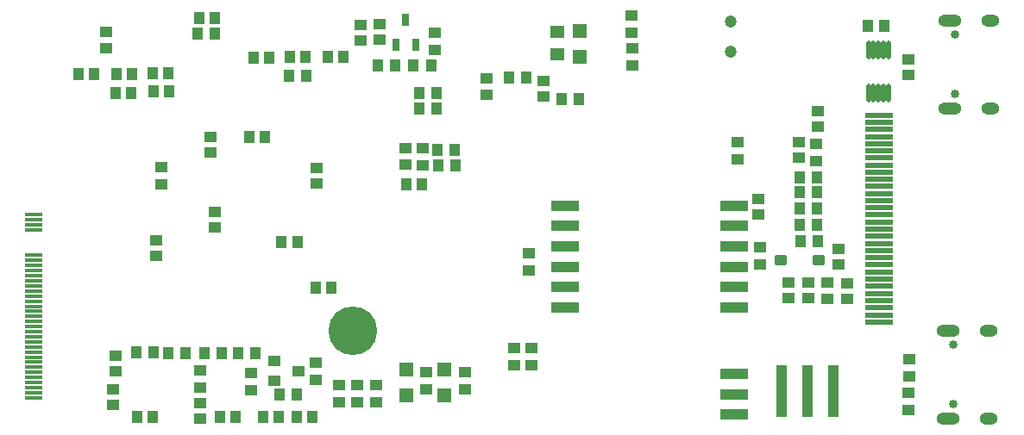
<source format=gbs>
G04*
G04 #@! TF.GenerationSoftware,Altium Limited,Altium Designer,20.0.13 (296)*
G04*
G04 Layer_Color=16711935*
%FSLAX25Y25*%
%MOIN*%
G70*
G01*
G75*
%ADD60C,0.04737*%
%ADD63R,0.04337X0.20085*%
%ADD68R,0.04658X0.04461*%
%ADD71R,0.04343X0.04737*%
%ADD77R,0.04461X0.04658*%
%ADD82R,0.07093X0.01739*%
%ADD84R,0.04737X0.04343*%
%ADD95R,0.05800X0.04800*%
%ADD99C,0.18800*%
%ADD100O,0.09068X0.04737*%
%ADD101O,0.07099X0.04737*%
%ADD102C,0.03359*%
%ADD125R,0.05800X0.05800*%
%ADD126O,0.01902X0.07178*%
%ADD127R,0.10640X0.02370*%
G04:AMPARAMS|DCode=128|XSize=39.5mil|YSize=47.37mil|CornerRadius=7.94mil|HoleSize=0mil|Usage=FLASHONLY|Rotation=90.000|XOffset=0mil|YOffset=0mil|HoleType=Round|Shape=RoundedRectangle|*
%AMROUNDEDRECTD128*
21,1,0.03950,0.03150,0,0,90.0*
21,1,0.02362,0.04737,0,0,90.0*
1,1,0.01587,0.01575,0.01181*
1,1,0.01587,0.01575,-0.01181*
1,1,0.01587,-0.01575,-0.01181*
1,1,0.01587,-0.01575,0.01181*
%
%ADD128ROUNDEDRECTD128*%
%ADD129R,0.11036X0.04343*%
%ADD130R,0.03162X0.05013*%
%ADD131R,0.04540X0.04343*%
%ADD132R,0.04540X0.04343*%
D60*
X274028Y149144D02*
D03*
Y137592D02*
D03*
D63*
X313528Y6144D02*
D03*
X303528D02*
D03*
X293528D02*
D03*
D68*
X32528Y139081D02*
D03*
Y145144D02*
D03*
X138280Y148175D02*
D03*
Y142112D02*
D03*
X130789Y148072D02*
D03*
Y142009D02*
D03*
X342528Y134676D02*
D03*
Y128612D02*
D03*
X179528Y127144D02*
D03*
Y121081D02*
D03*
X201603Y120112D02*
D03*
Y126175D02*
D03*
X148224Y100160D02*
D03*
Y94097D02*
D03*
X284528Y80676D02*
D03*
Y74613D02*
D03*
X36285Y19858D02*
D03*
Y13794D02*
D03*
X52028Y58644D02*
D03*
Y64707D02*
D03*
X73042Y98679D02*
D03*
Y104742D02*
D03*
X114028Y92707D02*
D03*
Y86644D02*
D03*
X69028Y1570D02*
D03*
Y-4493D02*
D03*
X296136Y48269D02*
D03*
Y42206D02*
D03*
X74528Y69612D02*
D03*
Y75675D02*
D03*
X311379Y48148D02*
D03*
Y42085D02*
D03*
X304023Y48269D02*
D03*
Y42206D02*
D03*
X318968Y48081D02*
D03*
Y42018D02*
D03*
X315440Y61195D02*
D03*
Y55132D02*
D03*
X307528Y108613D02*
D03*
Y114676D02*
D03*
X300070Y102510D02*
D03*
Y96447D02*
D03*
X35266Y6865D02*
D03*
Y802D02*
D03*
D71*
X44258Y21167D02*
D03*
X50951D02*
D03*
X167528Y93644D02*
D03*
X160835D02*
D03*
X144225Y132110D02*
D03*
X137532Y132110D02*
D03*
X74528Y144644D02*
D03*
X67835Y144644D02*
D03*
X109875Y128340D02*
D03*
X103182D02*
D03*
X300681Y83145D02*
D03*
X307374D02*
D03*
X300677Y88786D02*
D03*
X307369D02*
D03*
X307510Y64318D02*
D03*
X300817D02*
D03*
X215221Y119144D02*
D03*
X208528D02*
D03*
X160138Y115642D02*
D03*
X153445D02*
D03*
X151375Y132110D02*
D03*
X158068Y132111D02*
D03*
X167375Y99643D02*
D03*
X160682D02*
D03*
X300684Y70568D02*
D03*
X307376D02*
D03*
X307370Y76881D02*
D03*
X300677D02*
D03*
X56665Y20851D02*
D03*
X63358D02*
D03*
X83654Y20999D02*
D03*
X90347D02*
D03*
X70646Y20849D02*
D03*
X77339D02*
D03*
X194949Y127645D02*
D03*
X188256D02*
D03*
X160375Y121643D02*
D03*
X153682Y121643D02*
D03*
X106319Y4873D02*
D03*
X99626D02*
D03*
D77*
X44497Y-3856D02*
D03*
X50560D02*
D03*
X118175Y135644D02*
D03*
X124238D02*
D03*
X103496Y135644D02*
D03*
X109559D02*
D03*
X28034Y128892D02*
D03*
X21971D02*
D03*
X36261Y121644D02*
D03*
X42324D02*
D03*
X93146Y-3856D02*
D03*
X99209D02*
D03*
X112209D02*
D03*
X106146D02*
D03*
X74548Y150622D02*
D03*
X68485D02*
D03*
X42604Y128891D02*
D03*
X36541D02*
D03*
X50882Y122278D02*
D03*
X56945D02*
D03*
X326997Y147644D02*
D03*
X333060D02*
D03*
X113497Y46144D02*
D03*
X119559D02*
D03*
X95693Y135254D02*
D03*
X89630D02*
D03*
X87997Y104644D02*
D03*
X94059D02*
D03*
X106422Y63869D02*
D03*
X100359D02*
D03*
X82591Y-3856D02*
D03*
X76528D02*
D03*
X154560Y86144D02*
D03*
X148497D02*
D03*
X56627Y129406D02*
D03*
X50564D02*
D03*
D82*
X4527Y3661D02*
D03*
X4528Y5627D02*
D03*
Y7595D02*
D03*
Y9564D02*
D03*
Y11532D02*
D03*
Y13501D02*
D03*
Y15469D02*
D03*
Y17438D02*
D03*
Y19406D02*
D03*
X4530Y21383D02*
D03*
X4528Y23343D02*
D03*
Y25312D02*
D03*
Y27280D02*
D03*
Y29249D02*
D03*
Y31217D02*
D03*
Y33186D02*
D03*
Y35154D02*
D03*
Y37123D02*
D03*
Y39091D02*
D03*
Y41060D02*
D03*
X4530Y43022D02*
D03*
X4528Y44997D02*
D03*
Y46965D02*
D03*
Y48934D02*
D03*
Y50902D02*
D03*
Y52871D02*
D03*
Y54839D02*
D03*
Y56808D02*
D03*
Y58776D02*
D03*
Y68619D02*
D03*
Y70587D02*
D03*
Y72556D02*
D03*
Y74524D02*
D03*
D84*
X171179Y13491D02*
D03*
Y6798D02*
D03*
X156178Y13565D02*
D03*
Y6872D02*
D03*
X68982Y7721D02*
D03*
Y14414D02*
D03*
X88513Y6571D02*
D03*
Y13264D02*
D03*
X236029Y138991D02*
D03*
Y132298D02*
D03*
X155028Y100144D02*
D03*
Y93451D02*
D03*
X306977Y95306D02*
D03*
Y101999D02*
D03*
X285079Y61844D02*
D03*
Y55151D02*
D03*
X343027Y11797D02*
D03*
Y18490D02*
D03*
X196029Y59491D02*
D03*
Y52798D02*
D03*
X136767Y1972D02*
D03*
Y8664D02*
D03*
X122571D02*
D03*
Y1972D02*
D03*
X129666Y8664D02*
D03*
Y1972D02*
D03*
X159528Y138144D02*
D03*
Y144837D02*
D03*
X342528Y-1049D02*
D03*
Y5644D02*
D03*
X197029Y22991D02*
D03*
Y16298D02*
D03*
X190217Y22991D02*
D03*
Y16298D02*
D03*
X235527Y151490D02*
D03*
Y144797D02*
D03*
X276527Y102490D02*
D03*
Y95797D02*
D03*
X54027Y92990D02*
D03*
X54027Y86297D02*
D03*
X113703Y17219D02*
D03*
Y10526D02*
D03*
D95*
X207028Y145144D02*
D03*
Y136644D02*
D03*
D99*
X128028Y29644D02*
D03*
D100*
X357926Y-4306D02*
D03*
Y29749D02*
D03*
X358426Y115694D02*
D03*
Y149749D02*
D03*
D101*
X373674Y-4306D02*
D03*
Y29749D02*
D03*
X374174Y115694D02*
D03*
Y149749D02*
D03*
D102*
X359894Y24100D02*
D03*
Y1344D02*
D03*
X360394Y144100D02*
D03*
Y121344D02*
D03*
D125*
X163178Y14644D02*
D03*
Y4644D02*
D03*
X215528Y145644D02*
D03*
Y135644D02*
D03*
X148448Y4644D02*
D03*
Y14644D02*
D03*
D126*
X334965Y121530D02*
D03*
X332996D02*
D03*
X331028D02*
D03*
X329059D02*
D03*
X327091D02*
D03*
X334965Y138144D02*
D03*
X332996D02*
D03*
X331028D02*
D03*
X329059D02*
D03*
X327091D02*
D03*
D127*
X331250Y68935D02*
D03*
Y66175D02*
D03*
Y74445D02*
D03*
Y77195D02*
D03*
Y96495D02*
D03*
Y93735D02*
D03*
Y90975D02*
D03*
Y88225D02*
D03*
Y85465D02*
D03*
Y99245D02*
D03*
Y49635D02*
D03*
Y60665D02*
D03*
Y63415D02*
D03*
Y46885D02*
D03*
Y55155D02*
D03*
Y79955D02*
D03*
Y82715D02*
D03*
Y71685D02*
D03*
Y32985D02*
D03*
Y57905D02*
D03*
Y110265D02*
D03*
Y113025D02*
D03*
Y52395D02*
D03*
Y107515D02*
D03*
Y104755D02*
D03*
Y38495D02*
D03*
Y41255D02*
D03*
Y35735D02*
D03*
Y44005D02*
D03*
Y102005D02*
D03*
D128*
X293196Y56953D02*
D03*
X307763D02*
D03*
D129*
X275260Y38644D02*
D03*
Y54392D02*
D03*
X210028Y78014D02*
D03*
X275260Y62266D02*
D03*
Y70140D02*
D03*
X210028D02*
D03*
Y54392D02*
D03*
Y46518D02*
D03*
Y62266D02*
D03*
X275260Y46518D02*
D03*
Y-2823D02*
D03*
Y12925D02*
D03*
X210028Y38644D02*
D03*
X275260Y78014D02*
D03*
Y5051D02*
D03*
D130*
X148376Y149963D02*
D03*
X144636Y140239D02*
D03*
X152116D02*
D03*
D131*
X106805Y14063D02*
D03*
X97553Y10323D02*
D03*
D132*
Y17803D02*
D03*
M02*

</source>
